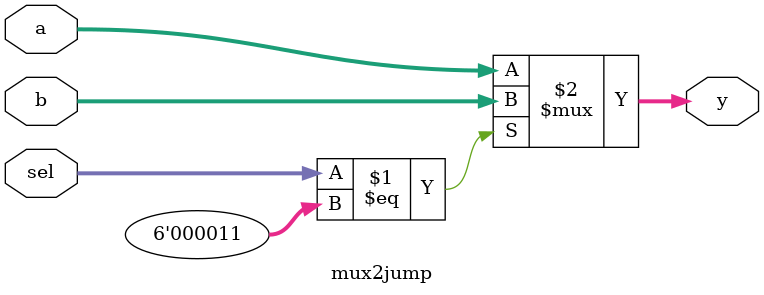
<source format=v>

module mux2jump( sel, a, b, y );
    parameter bitwidth=32;
    input  [5:0] sel;
    input  [bitwidth-1:0] a, b;
    output [bitwidth-1:0] y;

    assign y = (sel== 6'b000011) ? b : a;
endmodule

</source>
